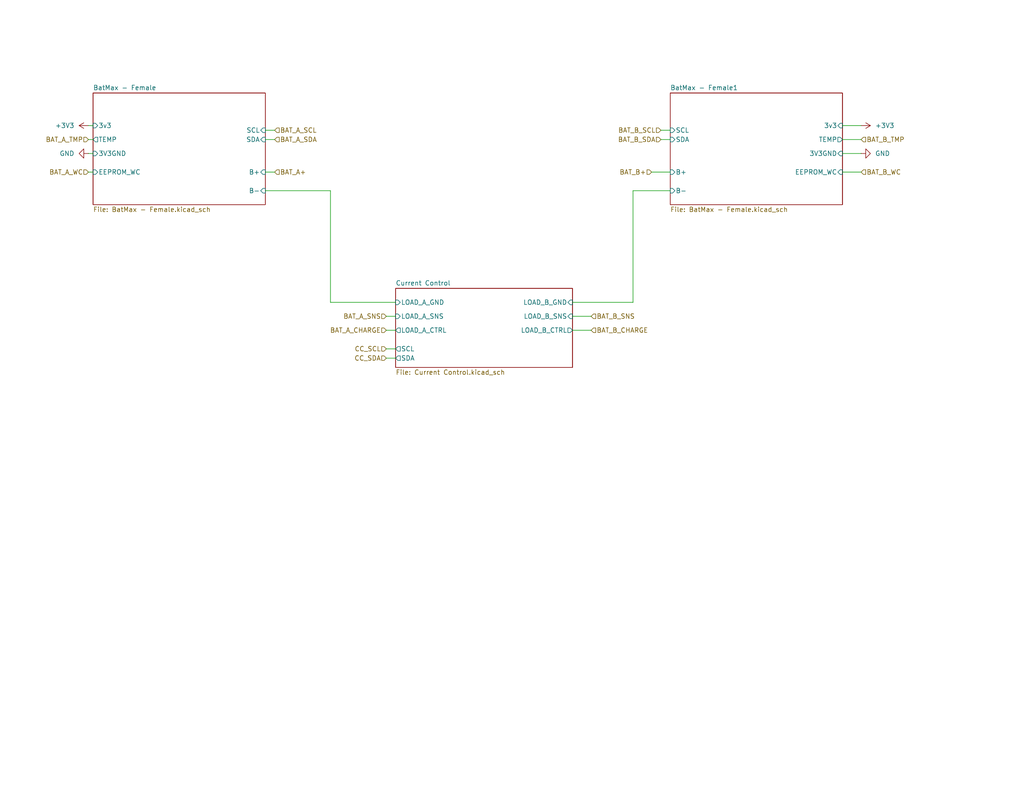
<source format=kicad_sch>
(kicad_sch (version 20250114) (generator "eeschema") (generator_version "9.0")
  (paper "A")
  (lib_symbols
    (symbol "power:+3V3" (power) (pin_numbers (hide yes)) (pin_names (offset 0) (hide yes))
      (property "Value" "+3V3" (at 0 3.556 0))
      (symbol "+3V3_0_1"
        (polyline (pts (xy -0.762 1.27) (xy 0 2.54)))
        (polyline (pts (xy 0 2.54) (xy 0.762 1.27)))
        (polyline (pts (xy 0 0) (xy 0 2.54)))
      )
      (symbol "+3V3_1_1"
        (pin power_in line (at 0 0 90) (length 0) (name "~") (number "1"))
      )
    )
    (symbol "power:GND" (power) (pin_numbers (hide yes)) (pin_names (offset 0) (hide yes))
      (property "Value" "GND" (at 0 -3.81 0))
      (symbol "GND_0_1"
        (polyline (pts (xy 0 0) (xy 0 -1.27) (xy 1.27 -1.27) (xy 0 -2.54) (xy -1.27 -1.27) (xy 0 -1.27)))
      )
      (symbol "GND_1_1"
        (pin power_in line (at 0 0 270) (length 0) (name "~") (number "1"))
      )
    )
  )
  (wire (pts (xy 180.34 38.1) (xy 182.88 38.1)))
  (wire (pts (xy 24.13 46.99) (xy 25.4 46.99)))
  (wire (pts (xy 90.17 82.55) (xy 107.95 82.55)))
  (wire (pts (xy 72.39 52.07) (xy 90.17 52.07)))
  (wire (pts (xy 234.95 41.91) (xy 229.87 41.91)))
  (wire (pts (xy 161.29 86.36) (xy 156.21 86.36)))
  (wire (pts (xy 172.72 52.07) (xy 172.72 82.55)))
  (wire (pts (xy 172.72 82.55) (xy 156.21 82.55)))
  (wire (pts (xy 24.13 34.29) (xy 25.4 34.29)))
  (wire (pts (xy 105.41 86.36) (xy 107.95 86.36)))
  (wire (pts (xy 234.95 34.29) (xy 229.87 34.29)))
  (wire (pts (xy 24.13 38.1) (xy 25.4 38.1)))
  (wire (pts (xy 105.41 95.25) (xy 107.95 95.25)))
  (wire (pts (xy 161.29 90.17) (xy 156.21 90.17)))
  (wire (pts (xy 24.13 41.91) (xy 25.4 41.91)))
  (wire (pts (xy 74.93 38.1) (xy 72.39 38.1)))
  (wire (pts (xy 105.41 90.17) (xy 107.95 90.17)))
  (wire (pts (xy 177.8 46.99) (xy 182.88 46.99)))
  (wire (pts (xy 74.93 35.56) (xy 72.39 35.56)))
  (wire (pts (xy 180.34 35.56) (xy 182.88 35.56)))
  (wire (pts (xy 182.88 52.07) (xy 172.72 52.07)))
  (wire (pts (xy 74.93 46.99) (xy 72.39 46.99)))
  (wire (pts (xy 234.95 46.99) (xy 229.87 46.99)))
  (wire (pts (xy 90.17 52.07) (xy 90.17 82.55)))
  (wire (pts (xy 105.41 97.79) (xy 107.95 97.79)))
  (wire (pts (xy 234.95 38.1) (xy 229.87 38.1)))
  (hierarchical_label "BAT_B_WC" (shape input) (at 234.95 46.99 0))
  (hierarchical_label "BAT_A_WC" (shape input) (at 24.13 46.99 180))
  (hierarchical_label "BAT_B_SNS" (shape input) (at 161.29 86.36 0))
  (hierarchical_label "BAT_B_CHARGE" (shape input) (at 161.29 90.17 0))
  (hierarchical_label "BAT_A_TMP" (shape input) (at 24.13 38.1 180))
  (hierarchical_label "BAT_A_SCL" (shape input) (at 74.93 35.56 0))
  (hierarchical_label "BAT_A+" (shape input) (at 74.93 46.99 0))
  (hierarchical_label "BAT_B_SCL" (shape input) (at 180.34 35.56 180))
  (hierarchical_label "BAT_A_CHARGE" (shape input) (at 105.41 90.17 180))
  (hierarchical_label "BAT_B_TMP" (shape input) (at 234.95 38.1 0))
  (hierarchical_label "CC_SCL" (shape input) (at 105.41 95.25 180))
  (hierarchical_label "BAT_B+" (shape input) (at 177.8 46.99 180))
  (hierarchical_label "CC_SDA" (shape input) (at 105.41 97.79 180))
  (hierarchical_label "BAT_B_SDA" (shape input) (at 180.34 38.1 180))
  (hierarchical_label "BAT_A_SDA" (shape input) (at 74.93 38.1 0))
  (hierarchical_label "BAT_A_SNS" (shape input) (at 105.41 86.36 180))
  (symbol (lib_id "power:GND") (at 24.13 41.91 270) (mirror x) (unit 1)
    (property "Reference" "#PWR05" (effects (hide yes)))
    (property "Value" "GND" (at 20.32 41.9099 90) (effects (justify right)))
    (property "Description" "Power symbol creates a global label with name \"GND\" , ground" (effects (hide yes)))
  )
  (symbol (lib_id "power:+3V3") (at 234.95 34.29 270) (unit 1)
    (property "Reference" "#PWR027" (effects (hide yes)))
    (property "Value" "+3V3" (at 238.76 34.2899 90) (effects (justify left)))
    (property "Description" "Power symbol creates a global label with name \"+3V3\"" (effects (hide yes)))
  )
  (symbol (lib_id "power:+3V3") (at 24.13 34.29 90) (mirror x) (unit 1)
    (property "Reference" "#PWR06" (effects (hide yes)))
    (property "Value" "+3V3" (at 20.32 34.2899 90) (effects (justify left)))
    (property "Description" "Power symbol creates a global label with name \"+3V3\"" (effects (hide yes)))
  )
  (symbol (lib_id "power:GND") (at 234.95 41.91 90) (unit 1)
    (property "Reference" "#PWR011" (effects (hide yes)))
    (property "Value" "GND" (at 238.76 41.9099 90) (effects (justify right)))
    (property "Description" "Power symbol creates a global label with name \"GND\" , ground" (effects (hide yes)))
  )
  (sheet (at 182.88 25.4) (size 46.99 30.48) (stroke (width 0.1524))
    (property "Sheetname" "BatMax - Female1" (at 182.88 24.6884 0) (effects (justify left bottom)))
    (property "Sheetfile" "BatMax - Female.kicad_sch" (at 182.88 56.4646 0) (effects (justify left top)))
    (pin "3v3" input (at 229.87 34.29 0))
    (pin "3V3GND" input (at 229.87 41.91 0))
    (pin "B+" input (at 182.88 46.99 180))
    (pin "B-" input (at 182.88 52.07 180))
    (pin "EEPROM_WC" input (at 229.87 46.99 0))
    (pin "SCL" input (at 182.88 35.56 180))
    (pin "SDA" input (at 182.88 38.1 180))
    (pin "TEMP" output (at 229.87 38.1 0))
  )
  (sheet (at 25.4 25.4) (size 46.99 30.48) (stroke (width 0.1524))
    (property "Sheetname" "BatMax - Female" (at 25.4 24.6884 0) (effects (justify left bottom)))
    (property "Sheetfile" "BatMax - Female.kicad_sch" (at 25.4 56.4646 0) (effects (justify left top)))
    (pin "3v3" input (at 25.4 34.29 180))
    (pin "3V3GND" input (at 25.4 41.91 180))
    (pin "B+" input (at 72.39 46.99 0))
    (pin "B-" input (at 72.39 52.07 0))
    (pin "EEPROM_WC" input (at 25.4 46.99 180))
    (pin "SCL" input (at 72.39 35.56 0))
    (pin "SDA" input (at 72.39 38.1 0))
    (pin "TEMP" output (at 25.4 38.1 180))
  )
  (sheet (at 107.95 78.74) (size 48.26 21.59) (stroke (width 0.1524))
    (property "Sheetname" "Current Control" (at 107.95 78.0284 0) (effects (justify left bottom)))
    (property "Sheetfile" "Current Control.kicad_sch" (at 107.95 100.9146 0) (effects (justify left top)))
    (pin "LOAD_A_CTRL" output (at 107.95 90.17 180))
    (pin "LOAD_A_GND" input (at 107.95 82.55 180))
    (pin "LOAD_B_CTRL" output (at 156.21 90.17 0))
    (pin "LOAD_B_GND" input (at 156.21 82.55 0))
    (pin "SCL" output (at 107.95 95.25 180))
    (pin "SDA" output (at 107.95 97.79 180))
    (pin "LOAD_A_SNS" input (at 107.95 86.36 180))
    (pin "LOAD_B_SNS" input (at 156.21 86.36 0))
  )
)
</source>
